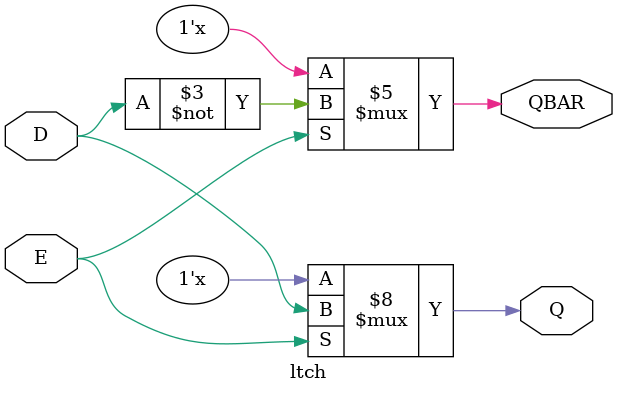
<source format=sv>
`timescale 1ns / 1ns

module basicflipflop(CLK100MHZ,D,Q,QBAR);
input D, CLK100MHZ;
output Q,QBAR;
reg Q, QBAR;

always @ (posedge CLK100MHZ)
begin
    Q=D;
    QBAR=~D;
end

endmodule


module DFlipFlop(
    D,CLR,SET,LOAD,CLK100MHZ,Q,QBAR

    );
    input D,CLR,SET,LOAD, CLK100MHZ;
    
    output logic Q, QBAR;
    
    
    always_ff @ (posedge CLK100MHZ)
    begin
    if((CLR == 1'b1 && SET == 1'b0) || (SET == 1'b1 && CLR == 1'b1))
    begin
        Q=1'b0;
        QBAR = 1'b1;
    end
    else
    if(SET == 1'b1 && CLR == 1'b0)
    begin
        Q=1'b1;
        QBAR=1'b0;
    end
    else
    
    if(LOAD == 1'b0)
    begin
        Q=Q;
        QBAR=~Q;
    end
    else
    if(LOAD == 1'b1 && CLR == 1'b0 && SET==1'b0)
    begin
        Q=D;
        QBAR=~D;
    end
    end
endmodule

module ltch(E,D,QBAR,Q);
input E,D;
output Q, QBAR;

reg Q,QBAR;

always @ (E,D)
    begin
    if(E==1'b1)
    begin
        Q=D;
        QBAR=~D;
    end
    else
    begin 
        Q=Q;
    end


end

endmodule


</source>
